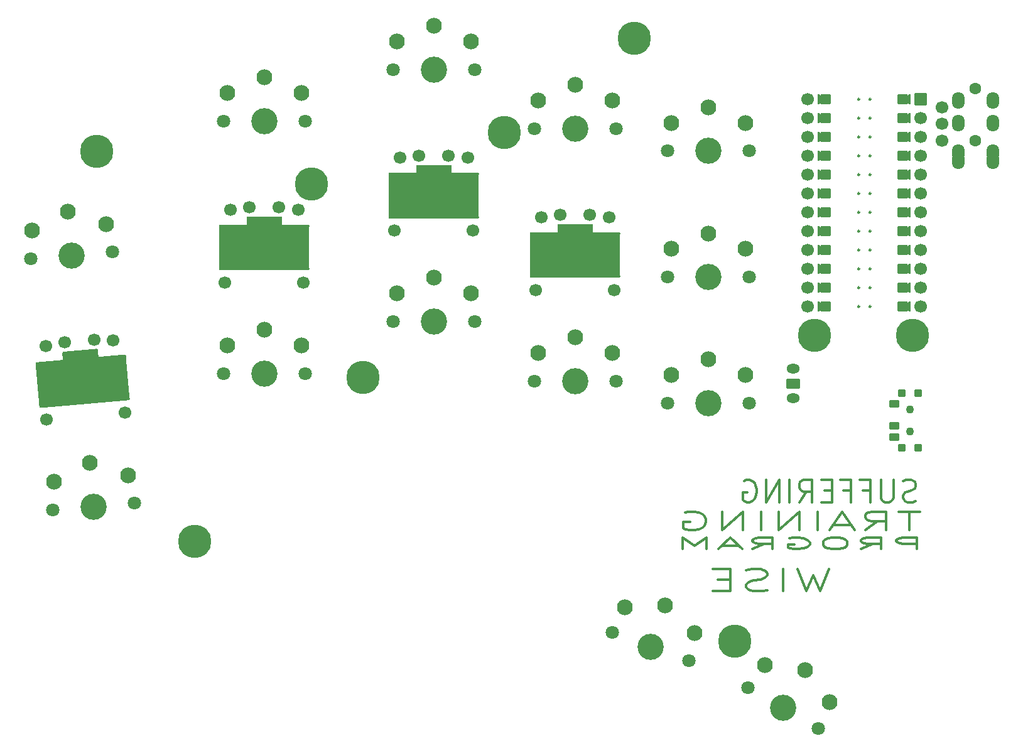
<source format=gbs>
G04 #@! TF.GenerationSoftware,KiCad,Pcbnew,(6.0.4)*
G04 #@! TF.CreationDate,2022-07-01T16:06:35-05:00*
G04 #@! TF.ProjectId,om,6f6d2e6b-6963-4616-945f-706362585858,v1.0.0*
G04 #@! TF.SameCoordinates,Original*
G04 #@! TF.FileFunction,Soldermask,Bot*
G04 #@! TF.FilePolarity,Negative*
%FSLAX46Y46*%
G04 Gerber Fmt 4.6, Leading zero omitted, Abs format (unit mm)*
G04 Created by KiCad (PCBNEW (6.0.4)) date 2022-07-01 16:06:35*
%MOMM*%
%LPD*%
G01*
G04 APERTURE LIST*
G04 Aperture macros list*
%AMRoundRect*
0 Rectangle with rounded corners*
0 $1 Rounding radius*
0 $2 $3 $4 $5 $6 $7 $8 $9 X,Y pos of 4 corners*
0 Add a 4 corners polygon primitive as box body*
4,1,4,$2,$3,$4,$5,$6,$7,$8,$9,$2,$3,0*
0 Add four circle primitives for the rounded corners*
1,1,$1+$1,$2,$3*
1,1,$1+$1,$4,$5*
1,1,$1+$1,$6,$7*
1,1,$1+$1,$8,$9*
0 Add four rect primitives between the rounded corners*
20,1,$1+$1,$2,$3,$4,$5,0*
20,1,$1+$1,$4,$5,$6,$7,0*
20,1,$1+$1,$6,$7,$8,$9,0*
20,1,$1+$1,$8,$9,$2,$3,0*%
%AMHorizOval*
0 Thick line with rounded ends*
0 $1 width*
0 $2 $3 position (X,Y) of the first rounded end (center of the circle)*
0 $4 $5 position (X,Y) of the second rounded end (center of the circle)*
0 Add line between two ends*
20,1,$1,$2,$3,$4,$5,0*
0 Add two circle primitives to create the rounded ends*
1,1,$1,$2,$3*
1,1,$1,$4,$5*%
%AMFreePoly0*
4,1,14,0.635355,0.435355,0.650000,0.400000,0.650000,0.200000,0.635355,0.164645,0.035355,-0.435355,0.000000,-0.450000,-0.035355,-0.435355,-0.635355,0.164645,-0.650000,0.200000,-0.650000,0.400000,-0.635355,0.435355,-0.600000,0.450000,0.600000,0.450000,0.635355,0.435355,0.635355,0.435355,$1*%
%AMFreePoly1*
4,1,16,0.635355,1.035355,0.650000,1.000000,0.650000,-0.250000,0.635355,-0.285355,0.600000,-0.300000,-0.600000,-0.300000,-0.635355,-0.285355,-0.650000,-0.250000,-0.650000,1.000000,-0.635355,1.035355,-0.600000,1.050000,-0.564645,1.035355,0.000000,0.470710,0.564645,1.035355,0.600000,1.050000,0.635355,1.035355,0.635355,1.035355,$1*%
G04 Aperture macros list end*
%ADD10C,0.300000*%
%ADD11C,0.250000*%
%ADD12C,0.100000*%
%ADD13C,1.100000*%
%ADD14C,1.801800*%
%ADD15C,3.529000*%
%ADD16C,2.132000*%
%ADD17RoundRect,0.050000X0.850000X-0.600000X0.850000X0.600000X-0.850000X0.600000X-0.850000X-0.600000X0*%
%ADD18O,1.800000X1.300000*%
%ADD19C,4.500000*%
%ADD20C,1.600000*%
%ADD21O,1.700000X2.300000*%
%ADD22C,1.700000*%
%ADD23FreePoly0,270.000000*%
%ADD24FreePoly0,90.000000*%
%ADD25RoundRect,0.050000X-0.800000X0.800000X-0.800000X-0.800000X0.800000X-0.800000X0.800000X0.800000X0*%
%ADD26FreePoly1,90.000000*%
%ADD27FreePoly1,270.000000*%
%ADD28O,0.400000X6.200000*%
%ADD29O,0.400000X1.300000*%
%ADD30O,11.950000X6.000000*%
%ADD31O,1.100000X6.000000*%
%ADD32O,4.800000X0.400000*%
%ADD33O,12.200000X0.400000*%
%ADD34O,4.800000X1.100000*%
%ADD35HorizOval,0.400000X-5.877549X-0.514219X5.877549X0.514219X0*%
%ADD36HorizOval,1.100000X-0.213532X2.440677X0.213532X-2.440677X0*%
%ADD37HorizOval,0.400000X0.252752X-2.888965X-0.252752X2.888965X0*%
%ADD38HorizOval,6.000000X-2.963679X-0.259288X2.963679X0.259288X0*%
%ADD39HorizOval,0.400000X0.039220X-0.448288X-0.039220X0.448288X0*%
%ADD40HorizOval,1.100000X-1.842960X-0.161238X1.842960X0.161238X0*%
%ADD41HorizOval,0.400000X-2.191628X-0.191743X2.191628X0.191743X0*%
%ADD42RoundRect,0.050000X0.450000X-0.450000X0.450000X0.450000X-0.450000X0.450000X-0.450000X-0.450000X0*%
%ADD43RoundRect,0.050000X0.625000X-0.450000X0.625000X0.450000X-0.625000X0.450000X-0.625000X-0.450000X0*%
G04 APERTURE END LIST*
D10*
X251435209Y-176956449D02*
X250244733Y-179956449D01*
X249292352Y-177813592D01*
X248339971Y-179956449D01*
X247149495Y-176956449D01*
X245244733Y-179956449D02*
X245244733Y-176956449D01*
X243101876Y-179813592D02*
X242387590Y-179956449D01*
X241197114Y-179956449D01*
X240720923Y-179813592D01*
X240482828Y-179670735D01*
X240244733Y-179385021D01*
X240244733Y-179099307D01*
X240482828Y-178813592D01*
X240720923Y-178670735D01*
X241197114Y-178527878D01*
X242149495Y-178385021D01*
X242625685Y-178242164D01*
X242863780Y-178099307D01*
X243101876Y-177813592D01*
X243101876Y-177527878D01*
X242863780Y-177242164D01*
X242625685Y-177099307D01*
X242149495Y-176956449D01*
X240959019Y-176956449D01*
X240244733Y-177099307D01*
X238101876Y-178385021D02*
X236435209Y-178385021D01*
X235720923Y-179956449D02*
X238101876Y-179956449D01*
X238101876Y-176956449D01*
X235720923Y-176956449D01*
X263649495Y-169230259D02*
X260792352Y-169230259D01*
X262220923Y-171730259D02*
X262220923Y-169230259D01*
X256268542Y-171730259D02*
X257935209Y-170539783D01*
X259125685Y-171730259D02*
X259125685Y-169230259D01*
X257220923Y-169230259D01*
X256744733Y-169349307D01*
X256506638Y-169468354D01*
X256268542Y-169706449D01*
X256268542Y-170063592D01*
X256506638Y-170301687D01*
X256744733Y-170420735D01*
X257220923Y-170539783D01*
X259125685Y-170539783D01*
X254363780Y-171015973D02*
X251982828Y-171015973D01*
X254839971Y-171730259D02*
X253173304Y-169230259D01*
X251506638Y-171730259D01*
X249839971Y-171730259D02*
X249839971Y-169230259D01*
X247459019Y-171730259D02*
X247459019Y-169230259D01*
X244601876Y-171730259D01*
X244601876Y-169230259D01*
X242220923Y-171730259D02*
X242220923Y-169230259D01*
X239839971Y-171730259D02*
X239839971Y-169230259D01*
X236982828Y-171730259D01*
X236982828Y-169230259D01*
X231982828Y-169349307D02*
X232459019Y-169230259D01*
X233173304Y-169230259D01*
X233887590Y-169349307D01*
X234363780Y-169587402D01*
X234601876Y-169825497D01*
X234839971Y-170301687D01*
X234839971Y-170658830D01*
X234601876Y-171135021D01*
X234363780Y-171373116D01*
X233887590Y-171611211D01*
X233173304Y-171730259D01*
X232697114Y-171730259D01*
X231982828Y-171611211D01*
X231744733Y-171492164D01*
X231744733Y-170658830D01*
X232697114Y-170658830D01*
X263230447Y-174277878D02*
X263230447Y-172777878D01*
X261401876Y-172777878D01*
X260944733Y-172849307D01*
X260716161Y-172920735D01*
X260487590Y-173063592D01*
X260487590Y-173277878D01*
X260716161Y-173420735D01*
X260944733Y-173492164D01*
X261401876Y-173563592D01*
X263230447Y-173563592D01*
X255687590Y-174277878D02*
X257287590Y-173563592D01*
X258430447Y-174277878D02*
X258430447Y-172777878D01*
X256601876Y-172777878D01*
X256144733Y-172849307D01*
X255916161Y-172920735D01*
X255687590Y-173063592D01*
X255687590Y-173277878D01*
X255916161Y-173420735D01*
X256144733Y-173492164D01*
X256601876Y-173563592D01*
X258430447Y-173563592D01*
X252716161Y-172777878D02*
X251801876Y-172777878D01*
X251344733Y-172849307D01*
X250887590Y-172992164D01*
X250659019Y-173277878D01*
X250659019Y-173777878D01*
X250887590Y-174063592D01*
X251344733Y-174206449D01*
X251801876Y-174277878D01*
X252716161Y-174277878D01*
X253173304Y-174206449D01*
X253630447Y-174063592D01*
X253859019Y-173777878D01*
X253859019Y-173277878D01*
X253630447Y-172992164D01*
X253173304Y-172849307D01*
X252716161Y-172777878D01*
X246087590Y-172849307D02*
X246544733Y-172777878D01*
X247230447Y-172777878D01*
X247916161Y-172849307D01*
X248373304Y-172992164D01*
X248601876Y-173135021D01*
X248830447Y-173420735D01*
X248830447Y-173635021D01*
X248601876Y-173920735D01*
X248373304Y-174063592D01*
X247916161Y-174206449D01*
X247230447Y-174277878D01*
X246773304Y-174277878D01*
X246087590Y-174206449D01*
X245859019Y-174135021D01*
X245859019Y-173635021D01*
X246773304Y-173635021D01*
X241059019Y-174277878D02*
X242659019Y-173563592D01*
X243801876Y-174277878D02*
X243801876Y-172777878D01*
X241973304Y-172777878D01*
X241516161Y-172849307D01*
X241287590Y-172920735D01*
X241059019Y-173063592D01*
X241059019Y-173277878D01*
X241287590Y-173420735D01*
X241516161Y-173492164D01*
X241973304Y-173563592D01*
X243801876Y-173563592D01*
X239230447Y-173849307D02*
X236944733Y-173849307D01*
X239687590Y-174277878D02*
X238087590Y-172777878D01*
X236487590Y-174277878D01*
X234887590Y-174277878D02*
X234887590Y-172777878D01*
X233287590Y-173849307D01*
X231687590Y-172777878D01*
X231687590Y-174277878D01*
X263101876Y-167813592D02*
X262673304Y-167956449D01*
X261959019Y-167956449D01*
X261673304Y-167813592D01*
X261530447Y-167670735D01*
X261387590Y-167385021D01*
X261387590Y-167099307D01*
X261530447Y-166813592D01*
X261673304Y-166670735D01*
X261959019Y-166527878D01*
X262530447Y-166385021D01*
X262816161Y-166242164D01*
X262959019Y-166099307D01*
X263101876Y-165813592D01*
X263101876Y-165527878D01*
X262959019Y-165242164D01*
X262816161Y-165099307D01*
X262530447Y-164956449D01*
X261816161Y-164956449D01*
X261387590Y-165099307D01*
X260101876Y-164956449D02*
X260101876Y-167385021D01*
X259959019Y-167670735D01*
X259816161Y-167813592D01*
X259530447Y-167956449D01*
X258959019Y-167956449D01*
X258673304Y-167813592D01*
X258530447Y-167670735D01*
X258387590Y-167385021D01*
X258387590Y-164956449D01*
X255959019Y-166385021D02*
X256959019Y-166385021D01*
X256959019Y-167956449D02*
X256959019Y-164956449D01*
X255530447Y-164956449D01*
X253387590Y-166385021D02*
X254387590Y-166385021D01*
X254387590Y-167956449D02*
X254387590Y-164956449D01*
X252959019Y-164956449D01*
X251816161Y-166385021D02*
X250816161Y-166385021D01*
X250387590Y-167956449D02*
X251816161Y-167956449D01*
X251816161Y-164956449D01*
X250387590Y-164956449D01*
X247387590Y-167956449D02*
X248387590Y-166527878D01*
X249101876Y-167956449D02*
X249101876Y-164956449D01*
X247959019Y-164956449D01*
X247673304Y-165099307D01*
X247530447Y-165242164D01*
X247387590Y-165527878D01*
X247387590Y-165956449D01*
X247530447Y-166242164D01*
X247673304Y-166385021D01*
X247959019Y-166527878D01*
X249101876Y-166527878D01*
X246101876Y-167956449D02*
X246101876Y-164956449D01*
X244673304Y-167956449D02*
X244673304Y-164956449D01*
X242959019Y-167956449D01*
X242959019Y-164956449D01*
X239959019Y-165099307D02*
X240244733Y-164956449D01*
X240673304Y-164956449D01*
X241101876Y-165099307D01*
X241387590Y-165385021D01*
X241530447Y-165670735D01*
X241673304Y-166242164D01*
X241673304Y-166670735D01*
X241530447Y-167242164D01*
X241387590Y-167527878D01*
X241101876Y-167813592D01*
X240673304Y-167956449D01*
X240387590Y-167956449D01*
X239959019Y-167813592D01*
X239816161Y-167670735D01*
X239816161Y-166670735D01*
X240387590Y-166670735D01*
D11*
X257057000Y-141590000D02*
G75*
G03*
X257057000Y-141590000I-125000J0D01*
G01*
X255533000Y-121270000D02*
G75*
G03*
X255533000Y-121270000I-125000J0D01*
G01*
X255533000Y-126350000D02*
G75*
G03*
X255533000Y-126350000I-125000J0D01*
G01*
X255533000Y-133970000D02*
G75*
G03*
X255533000Y-133970000I-125000J0D01*
G01*
X255533000Y-139050000D02*
G75*
G03*
X255533000Y-139050000I-125000J0D01*
G01*
X255533000Y-141590000D02*
G75*
G03*
X255533000Y-141590000I-125000J0D01*
G01*
X255533000Y-136510000D02*
G75*
G03*
X255533000Y-136510000I-125000J0D01*
G01*
X257057000Y-118730000D02*
G75*
G03*
X257057000Y-118730000I-125000J0D01*
G01*
X255533000Y-116190000D02*
G75*
G03*
X255533000Y-116190000I-125000J0D01*
G01*
X257057000Y-139050000D02*
G75*
G03*
X257057000Y-139050000I-125000J0D01*
G01*
X255533000Y-113650000D02*
G75*
G03*
X255533000Y-113650000I-125000J0D01*
G01*
X257057000Y-121270000D02*
G75*
G03*
X257057000Y-121270000I-125000J0D01*
G01*
X257057000Y-126350000D02*
G75*
G03*
X257057000Y-126350000I-125000J0D01*
G01*
X257057000Y-128890000D02*
G75*
G03*
X257057000Y-128890000I-125000J0D01*
G01*
X257057000Y-133970000D02*
G75*
G03*
X257057000Y-133970000I-125000J0D01*
G01*
X257057000Y-131430000D02*
G75*
G03*
X257057000Y-131430000I-125000J0D01*
G01*
X257057000Y-136510000D02*
G75*
G03*
X257057000Y-136510000I-125000J0D01*
G01*
X255533000Y-131430000D02*
G75*
G03*
X255533000Y-131430000I-125000J0D01*
G01*
X255533000Y-128890000D02*
G75*
G03*
X255533000Y-128890000I-125000J0D01*
G01*
X255533000Y-123810000D02*
G75*
G03*
X255533000Y-123810000I-125000J0D01*
G01*
X257057000Y-116190000D02*
G75*
G03*
X257057000Y-116190000I-125000J0D01*
G01*
X257057000Y-123810000D02*
G75*
G03*
X257057000Y-123810000I-125000J0D01*
G01*
X255533000Y-118730000D02*
G75*
G03*
X255533000Y-118730000I-125000J0D01*
G01*
X257057000Y-113650000D02*
G75*
G03*
X257057000Y-113650000I-125000J0D01*
G01*
G36*
X262266000Y-142098000D02*
G01*
X261250000Y-142098000D01*
X261250000Y-141082000D01*
X262266000Y-141082000D01*
X262266000Y-142098000D01*
G37*
D12*
X262266000Y-142098000D02*
X261250000Y-142098000D01*
X261250000Y-141082000D01*
X262266000Y-141082000D01*
X262266000Y-142098000D01*
G36*
X262266000Y-129398000D02*
G01*
X261250000Y-129398000D01*
X261250000Y-128382000D01*
X262266000Y-128382000D01*
X262266000Y-129398000D01*
G37*
X262266000Y-129398000D02*
X261250000Y-129398000D01*
X261250000Y-128382000D01*
X262266000Y-128382000D01*
X262266000Y-129398000D01*
G36*
X262266000Y-116698000D02*
G01*
X261250000Y-116698000D01*
X261250000Y-115682000D01*
X262266000Y-115682000D01*
X262266000Y-116698000D01*
G37*
X262266000Y-116698000D02*
X261250000Y-116698000D01*
X261250000Y-115682000D01*
X262266000Y-115682000D01*
X262266000Y-116698000D01*
G36*
X262266000Y-131938000D02*
G01*
X261250000Y-131938000D01*
X261250000Y-130922000D01*
X262266000Y-130922000D01*
X262266000Y-131938000D01*
G37*
X262266000Y-131938000D02*
X261250000Y-131938000D01*
X261250000Y-130922000D01*
X262266000Y-130922000D01*
X262266000Y-131938000D01*
G36*
X262266000Y-114158000D02*
G01*
X261250000Y-114158000D01*
X261250000Y-113142000D01*
X262266000Y-113142000D01*
X262266000Y-114158000D01*
G37*
X262266000Y-114158000D02*
X261250000Y-114158000D01*
X261250000Y-113142000D01*
X262266000Y-113142000D01*
X262266000Y-114158000D01*
G36*
X251090000Y-129398000D02*
G01*
X250074000Y-129398000D01*
X250074000Y-128382000D01*
X251090000Y-128382000D01*
X251090000Y-129398000D01*
G37*
X251090000Y-129398000D02*
X250074000Y-129398000D01*
X250074000Y-128382000D01*
X251090000Y-128382000D01*
X251090000Y-129398000D01*
G36*
X262266000Y-134478000D02*
G01*
X261250000Y-134478000D01*
X261250000Y-133462000D01*
X262266000Y-133462000D01*
X262266000Y-134478000D01*
G37*
X262266000Y-134478000D02*
X261250000Y-134478000D01*
X261250000Y-133462000D01*
X262266000Y-133462000D01*
X262266000Y-134478000D01*
G36*
X251090000Y-142098000D02*
G01*
X250074000Y-142098000D01*
X250074000Y-141082000D01*
X251090000Y-141082000D01*
X251090000Y-142098000D01*
G37*
X251090000Y-142098000D02*
X250074000Y-142098000D01*
X250074000Y-141082000D01*
X251090000Y-141082000D01*
X251090000Y-142098000D01*
G36*
X251090000Y-134478000D02*
G01*
X250074000Y-134478000D01*
X250074000Y-133462000D01*
X251090000Y-133462000D01*
X251090000Y-134478000D01*
G37*
X251090000Y-134478000D02*
X250074000Y-134478000D01*
X250074000Y-133462000D01*
X251090000Y-133462000D01*
X251090000Y-134478000D01*
G36*
X262266000Y-124318000D02*
G01*
X261250000Y-124318000D01*
X261250000Y-123302000D01*
X262266000Y-123302000D01*
X262266000Y-124318000D01*
G37*
X262266000Y-124318000D02*
X261250000Y-124318000D01*
X261250000Y-123302000D01*
X262266000Y-123302000D01*
X262266000Y-124318000D01*
G36*
X251090000Y-116698000D02*
G01*
X250074000Y-116698000D01*
X250074000Y-115682000D01*
X251090000Y-115682000D01*
X251090000Y-116698000D01*
G37*
X251090000Y-116698000D02*
X250074000Y-116698000D01*
X250074000Y-115682000D01*
X251090000Y-115682000D01*
X251090000Y-116698000D01*
G36*
X251090000Y-121778000D02*
G01*
X250074000Y-121778000D01*
X250074000Y-120762000D01*
X251090000Y-120762000D01*
X251090000Y-121778000D01*
G37*
X251090000Y-121778000D02*
X250074000Y-121778000D01*
X250074000Y-120762000D01*
X251090000Y-120762000D01*
X251090000Y-121778000D01*
G36*
X251090000Y-131938000D02*
G01*
X250074000Y-131938000D01*
X250074000Y-130922000D01*
X251090000Y-130922000D01*
X251090000Y-131938000D01*
G37*
X251090000Y-131938000D02*
X250074000Y-131938000D01*
X250074000Y-130922000D01*
X251090000Y-130922000D01*
X251090000Y-131938000D01*
G36*
X251090000Y-114158000D02*
G01*
X250074000Y-114158000D01*
X250074000Y-113142000D01*
X251090000Y-113142000D01*
X251090000Y-114158000D01*
G37*
X251090000Y-114158000D02*
X250074000Y-114158000D01*
X250074000Y-113142000D01*
X251090000Y-113142000D01*
X251090000Y-114158000D01*
G36*
X251090000Y-139558000D02*
G01*
X250074000Y-139558000D01*
X250074000Y-138542000D01*
X251090000Y-138542000D01*
X251090000Y-139558000D01*
G37*
X251090000Y-139558000D02*
X250074000Y-139558000D01*
X250074000Y-138542000D01*
X251090000Y-138542000D01*
X251090000Y-139558000D01*
G36*
X262266000Y-137018000D02*
G01*
X261250000Y-137018000D01*
X261250000Y-136002000D01*
X262266000Y-136002000D01*
X262266000Y-137018000D01*
G37*
X262266000Y-137018000D02*
X261250000Y-137018000D01*
X261250000Y-136002000D01*
X262266000Y-136002000D01*
X262266000Y-137018000D01*
G36*
X262266000Y-139558000D02*
G01*
X261250000Y-139558000D01*
X261250000Y-138542000D01*
X262266000Y-138542000D01*
X262266000Y-139558000D01*
G37*
X262266000Y-139558000D02*
X261250000Y-139558000D01*
X261250000Y-138542000D01*
X262266000Y-138542000D01*
X262266000Y-139558000D01*
G36*
X251090000Y-137018000D02*
G01*
X250074000Y-137018000D01*
X250074000Y-136002000D01*
X251090000Y-136002000D01*
X251090000Y-137018000D01*
G37*
X251090000Y-137018000D02*
X250074000Y-137018000D01*
X250074000Y-136002000D01*
X251090000Y-136002000D01*
X251090000Y-137018000D01*
G36*
X251090000Y-124318000D02*
G01*
X250074000Y-124318000D01*
X250074000Y-123302000D01*
X251090000Y-123302000D01*
X251090000Y-124318000D01*
G37*
X251090000Y-124318000D02*
X250074000Y-124318000D01*
X250074000Y-123302000D01*
X251090000Y-123302000D01*
X251090000Y-124318000D01*
G36*
X262266000Y-119238000D02*
G01*
X261250000Y-119238000D01*
X261250000Y-118222000D01*
X262266000Y-118222000D01*
X262266000Y-119238000D01*
G37*
X262266000Y-119238000D02*
X261250000Y-119238000D01*
X261250000Y-118222000D01*
X262266000Y-118222000D01*
X262266000Y-119238000D01*
G36*
X262266000Y-126858000D02*
G01*
X261250000Y-126858000D01*
X261250000Y-125842000D01*
X262266000Y-125842000D01*
X262266000Y-126858000D01*
G37*
X262266000Y-126858000D02*
X261250000Y-126858000D01*
X261250000Y-125842000D01*
X262266000Y-125842000D01*
X262266000Y-126858000D01*
G36*
X251090000Y-119238000D02*
G01*
X250074000Y-119238000D01*
X250074000Y-118222000D01*
X251090000Y-118222000D01*
X251090000Y-119238000D01*
G37*
X251090000Y-119238000D02*
X250074000Y-119238000D01*
X250074000Y-118222000D01*
X251090000Y-118222000D01*
X251090000Y-119238000D01*
G36*
X262266000Y-121778000D02*
G01*
X261250000Y-121778000D01*
X261250000Y-120762000D01*
X262266000Y-120762000D01*
X262266000Y-121778000D01*
G37*
X262266000Y-121778000D02*
X261250000Y-121778000D01*
X261250000Y-120762000D01*
X262266000Y-120762000D01*
X262266000Y-121778000D01*
G36*
X251090000Y-126858000D02*
G01*
X250074000Y-126858000D01*
X250074000Y-125842000D01*
X251090000Y-125842000D01*
X251090000Y-126858000D01*
G37*
X251090000Y-126858000D02*
X250074000Y-126858000D01*
X250074000Y-125842000D01*
X251090000Y-125842000D01*
X251090000Y-126858000D01*
D13*
X262310000Y-158460000D03*
X262310000Y-155460000D03*
D14*
X240670000Y-120620000D03*
X229670000Y-120620000D03*
D15*
X235170000Y-120620000D03*
D16*
X230170000Y-116820000D03*
X240170000Y-116820000D03*
X235170000Y-114720000D03*
X235170000Y-114720000D03*
D17*
X246600000Y-151955000D03*
D18*
X246600000Y-153955000D03*
X246600000Y-149955000D03*
D19*
X207645000Y-118122216D03*
X181622216Y-125095000D03*
X188595000Y-151117784D03*
X238660000Y-186710000D03*
D15*
X149303719Y-134703502D03*
D14*
X154782790Y-134224145D03*
X143824648Y-135182859D03*
D16*
X143991554Y-131353741D03*
X153953501Y-130482183D03*
X148789500Y-128825953D03*
X148789500Y-128825953D03*
D20*
X271160000Y-112220000D03*
X271160000Y-119220000D03*
D21*
X273460000Y-121920000D03*
X268860000Y-121920000D03*
X268860000Y-120820000D03*
X273460000Y-120820000D03*
X268860000Y-116820000D03*
X273460000Y-116820000D03*
X268860000Y-113820000D03*
X273460000Y-113820000D03*
D15*
X235170000Y-137620000D03*
D14*
X229670000Y-137620000D03*
X240670000Y-137620000D03*
D16*
X240170000Y-133820000D03*
X230170000Y-133820000D03*
X235170000Y-131720000D03*
X235170000Y-131720000D03*
D19*
X262660000Y-145460000D03*
D14*
X222151158Y-185565252D03*
X232487776Y-189327474D03*
D15*
X227319467Y-187446363D03*
D16*
X223920680Y-182165430D03*
X233317607Y-185585632D03*
X229337386Y-181902177D03*
X229337386Y-181902177D03*
D19*
X249410000Y-145460000D03*
D14*
X146787943Y-169053479D03*
X157746085Y-168094765D03*
D15*
X152267014Y-168574122D03*
D16*
X146954849Y-165224361D03*
X156916796Y-164352803D03*
X151752795Y-162696573D03*
X151752795Y-162696573D03*
D14*
X169760000Y-116620000D03*
D15*
X175260000Y-116620000D03*
D14*
X180760000Y-116620000D03*
D16*
X170260000Y-112820000D03*
X180260000Y-112820000D03*
X175260000Y-110720000D03*
X175260000Y-110720000D03*
D22*
X248550000Y-113650000D03*
X263790000Y-113650000D03*
D23*
X262012000Y-141590000D03*
D22*
X263790000Y-121270000D03*
D23*
X262012000Y-123810000D03*
D22*
X263790000Y-131430000D03*
D24*
X250328000Y-126350000D03*
D23*
X262012000Y-121270000D03*
D24*
X250328000Y-139050000D03*
D22*
X263790000Y-139050000D03*
D24*
X250328000Y-136510000D03*
D23*
X262012000Y-113650000D03*
D22*
X248550000Y-118730000D03*
X263790000Y-123810000D03*
D25*
X263790000Y-113650000D03*
D24*
X250328000Y-141590000D03*
D22*
X248550000Y-126350000D03*
D24*
X250328000Y-113650000D03*
X250328000Y-121270000D03*
D22*
X248550000Y-131430000D03*
X248550000Y-116190000D03*
D23*
X262012000Y-131430000D03*
D22*
X263790000Y-133970000D03*
D23*
X262012000Y-126350000D03*
D22*
X263790000Y-128890000D03*
D24*
X250328000Y-118730000D03*
D23*
X262012000Y-133970000D03*
X262012000Y-139050000D03*
D22*
X263790000Y-126350000D03*
D23*
X262012000Y-116190000D03*
D22*
X263790000Y-141590000D03*
D24*
X250328000Y-131430000D03*
X250328000Y-128890000D03*
X250328000Y-133970000D03*
D22*
X248550000Y-139050000D03*
X248550000Y-136510000D03*
X263790000Y-116190000D03*
X248550000Y-121270000D03*
D24*
X250328000Y-123810000D03*
D22*
X263790000Y-118730000D03*
D23*
X262012000Y-118730000D03*
D22*
X248550000Y-133970000D03*
D24*
X250328000Y-116190000D03*
D22*
X248550000Y-128890000D03*
X248550000Y-141590000D03*
D23*
X262012000Y-136510000D03*
D22*
X248550000Y-123810000D03*
D23*
X262012000Y-128890000D03*
D22*
X263790000Y-136510000D03*
D26*
X251344000Y-113650000D03*
X251344000Y-116190000D03*
X251344000Y-118730000D03*
X251344000Y-121270000D03*
X251344000Y-123810000D03*
X251344000Y-126350000D03*
X251344000Y-128890000D03*
X251344000Y-131430000D03*
X251344000Y-133970000D03*
X251344000Y-136510000D03*
X251344000Y-139050000D03*
X251344000Y-141590000D03*
D27*
X260996000Y-141590000D03*
X260996000Y-139050000D03*
X260996000Y-136510000D03*
X260996000Y-133970000D03*
X260996000Y-131430000D03*
X260996000Y-128890000D03*
X260996000Y-126350000D03*
X260996000Y-123810000D03*
X260996000Y-121270000D03*
X260996000Y-118730000D03*
X260996000Y-116190000D03*
X260996000Y-113650000D03*
D28*
X181160000Y-133620000D03*
D29*
X177460000Y-130120000D03*
D30*
X175260000Y-133620000D03*
D31*
X179850000Y-133620000D03*
D28*
X169360000Y-133620000D03*
D31*
X170670000Y-133620000D03*
D29*
X173060000Y-130120000D03*
D32*
X175260000Y-129670000D03*
D31*
X180620000Y-133620000D03*
X169900000Y-133620000D03*
D33*
X175260000Y-130720000D03*
D34*
X175260000Y-130120000D03*
D31*
X171060000Y-133620000D03*
X179460000Y-133620000D03*
D33*
X175260000Y-136520000D03*
D22*
X179840000Y-128520000D03*
X170680000Y-128520000D03*
X177260000Y-128220000D03*
X173260000Y-128220000D03*
X169960000Y-138370000D03*
X180560000Y-138370000D03*
D14*
X240670000Y-154620000D03*
X229670000Y-154620000D03*
D15*
X235170000Y-154620000D03*
D16*
X230170000Y-150820000D03*
X240170000Y-150820000D03*
X235170000Y-148720000D03*
X235170000Y-148720000D03*
D19*
X225160000Y-105460000D03*
D14*
X240453823Y-192960070D03*
D15*
X245216963Y-195710070D03*
D14*
X249980103Y-198460070D03*
D16*
X251447090Y-194919173D03*
X242786836Y-189919173D03*
X248166963Y-190600520D03*
X248166963Y-190600520D03*
D33*
X217170000Y-131720000D03*
D32*
X217170000Y-130670000D03*
D31*
X221760000Y-134620000D03*
X212970000Y-134620000D03*
D33*
X217170000Y-137520000D03*
D31*
X222530000Y-134620000D03*
X211810000Y-134620000D03*
D29*
X219370000Y-131120000D03*
D28*
X223070000Y-134620000D03*
X211270000Y-134620000D03*
D31*
X221370000Y-134620000D03*
D29*
X214970000Y-131120000D03*
D34*
X217170000Y-131120000D03*
D30*
X217170000Y-134620000D03*
D31*
X212580000Y-134620000D03*
D22*
X221750000Y-129520000D03*
X212590000Y-129520000D03*
X215170000Y-129220000D03*
X219170000Y-129220000D03*
X211870000Y-139370000D03*
X222470000Y-139370000D03*
D19*
X165910000Y-173210000D03*
D22*
X266660000Y-116960000D03*
D14*
X211670000Y-117620000D03*
X222670000Y-117620000D03*
D15*
X217170000Y-117620000D03*
D16*
X212170000Y-113820000D03*
X222170000Y-113820000D03*
X217170000Y-111720000D03*
X217170000Y-111720000D03*
D34*
X198120000Y-123120000D03*
D28*
X192220000Y-126620000D03*
D33*
X198120000Y-123720000D03*
D31*
X193920000Y-126620000D03*
D32*
X198120000Y-122670000D03*
D31*
X202320000Y-126620000D03*
X193530000Y-126620000D03*
D29*
X195920000Y-123120000D03*
D30*
X198120000Y-126620000D03*
D28*
X204020000Y-126620000D03*
D31*
X192760000Y-126620000D03*
X202710000Y-126620000D03*
X203480000Y-126620000D03*
D29*
X200320000Y-123120000D03*
D33*
X198120000Y-129520000D03*
D22*
X202700000Y-121520000D03*
X193540000Y-121520000D03*
X196120000Y-121220000D03*
X200120000Y-121220000D03*
X192820000Y-131370000D03*
X203420000Y-131370000D03*
X266660000Y-114710000D03*
D14*
X203620000Y-109620000D03*
D15*
X198120000Y-109620000D03*
D14*
X192620000Y-109620000D03*
D16*
X203120000Y-105820000D03*
X193120000Y-105820000D03*
X198120000Y-103720000D03*
X198120000Y-103720000D03*
D14*
X211670000Y-151620000D03*
D15*
X217170000Y-151620000D03*
D14*
X222670000Y-151620000D03*
D16*
X212170000Y-147820000D03*
X222170000Y-147820000D03*
X217170000Y-145720000D03*
X217170000Y-145720000D03*
D22*
X266660000Y-119210000D03*
D35*
X150532614Y-148749847D03*
D36*
X154969384Y-151272758D03*
D37*
X144907817Y-152153031D03*
X156662915Y-151124593D03*
D35*
X151038118Y-154527777D03*
D36*
X145445762Y-152105967D03*
D38*
X150785366Y-151638812D03*
D36*
X155357900Y-151238767D03*
D39*
X148288693Y-148343873D03*
D40*
X150480321Y-148152131D03*
D41*
X150441101Y-147703843D03*
D39*
X152671949Y-147960388D03*
D36*
X146601348Y-152004866D03*
X156124970Y-151171657D03*
X146212832Y-152038857D03*
D22*
X154903443Y-146159046D03*
X145778300Y-146957392D03*
X148322336Y-146433672D03*
X152307114Y-146085049D03*
X145919524Y-156832662D03*
X156479188Y-155908811D03*
D19*
X152660000Y-120710000D03*
D15*
X175260000Y-150620000D03*
D14*
X180760000Y-150620000D03*
X169760000Y-150620000D03*
D16*
X180260000Y-146820000D03*
X170260000Y-146820000D03*
X175260000Y-144720000D03*
X175260000Y-144720000D03*
D15*
X198120000Y-143620000D03*
D14*
X203620000Y-143620000D03*
X192620000Y-143620000D03*
D16*
X203120000Y-139820000D03*
X193120000Y-139820000D03*
X198120000Y-137720000D03*
X198120000Y-137720000D03*
D42*
X261197500Y-160660000D03*
D13*
X262297500Y-158460000D03*
D42*
X263397500Y-153260000D03*
X263397500Y-160660000D03*
X261197500Y-153260000D03*
D13*
X262297500Y-155460000D03*
D43*
X260222500Y-154710000D03*
X260222500Y-157710000D03*
X260222500Y-159210000D03*
M02*

</source>
